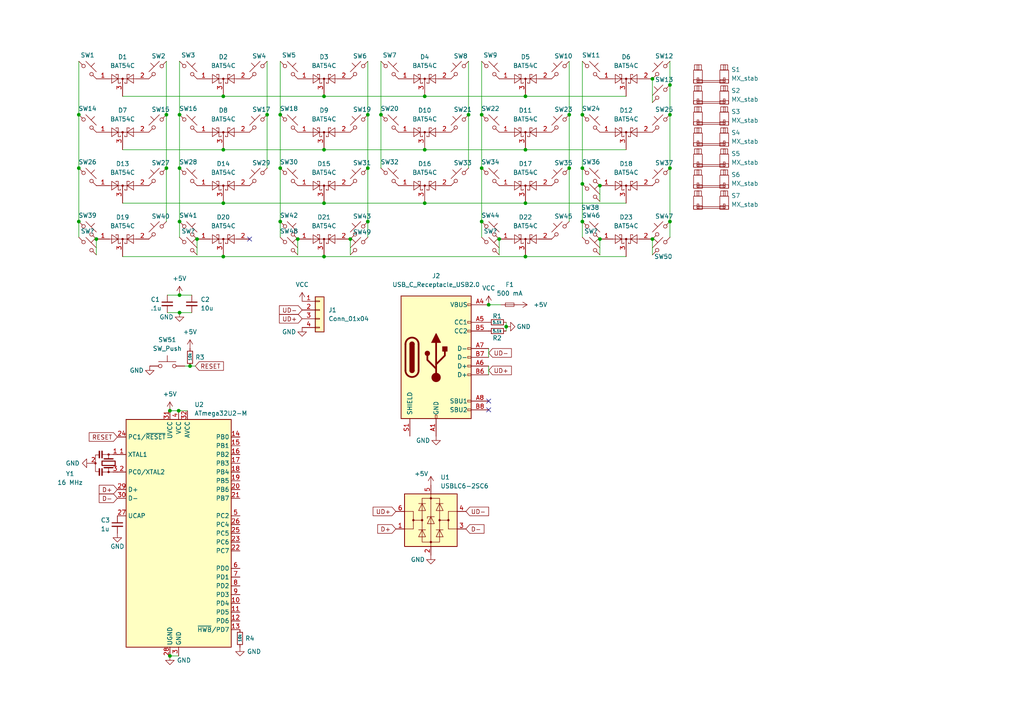
<source format=kicad_sch>
(kicad_sch (version 20211123) (generator eeschema)
  (paper "A4")
  (lib_symbols
    (symbol "Connector:USB_C_Receptacle_USB2.0" (pin_names (offset 1.016))
      (property "Reference" "J" (at -10.16 19.05 0))
      (property "Value" "USB_C_Receptacle_USB2.0" (at 19.05 19.05 0))
      (symbol "USB_C_Receptacle_USB2.0_1_1"
        (pin passive line (at 0 -22.86 90) (length 5.08) (name "GND") (number "A1"))
        (pin passive line (at 0 -22.86 90) (length 5.08) hide (name "GND") (number "A12"))
        (pin passive line (at 15.24 15.24 180) (length 5.08) (name "VBUS") (number "A4"))
        (pin bidirectional line (at 15.24 10.16 180) (length 5.08) (name "CC1") (number "A5"))
        (pin bidirectional line (at 15.24 -2.54 180) (length 5.08) (name "D+") (number "A6"))
        (pin bidirectional line (at 15.24 2.54 180) (length 5.08) (name "D-") (number "A7"))
        (pin bidirectional line (at 15.24 -12.7 180) (length 5.08) (name "SBU1") (number "A8"))
        (pin passive line (at 15.24 15.24 180) (length 5.08) hide (name "VBUS") (number "A9"))
        (pin passive line (at 0 -22.86 90) (length 5.08) hide (name "GND") (number "B1"))
        (pin passive line (at 0 -22.86 90) (length 5.08) hide (name "GND") (number "B12"))
        (pin passive line (at 15.24 15.24 180) (length 5.08) hide (name "VBUS") (number "B4"))
        (pin bidirectional line (at 15.24 7.62 180) (length 5.08) (name "CC2") (number "B5"))
        (pin bidirectional line (at 15.24 -5.08 180) (length 5.08) (name "D+") (number "B6"))
        (pin bidirectional line (at 15.24 0 180) (length 5.08) (name "D-") (number "B7"))
        (pin bidirectional line (at 15.24 -15.24 180) (length 5.08) (name "SBU2") (number "B8"))
        (pin passive line (at 15.24 15.24 180) (length 5.08) hide (name "VBUS") (number "B9"))
        (pin passive line (at -7.62 -22.86 90) (length 5.08) (name "SHIELD") (number "S1"))
      )
    )
    (symbol "Connector_Generic:Conn_01x04" (pin_names (offset 1.016) hide)
      (property "Reference" "J" (at 0 5.08 0))
      (property "Value" "Conn_01x04" (at 0 -7.62 0))
      (symbol "Conn_01x04_1_1"
        (pin passive line (at -5.08 2.54 0) (length 3.81) (name "Pin_1") (number "1"))
        (pin passive line (at -5.08 0 0) (length 3.81) (name "Pin_2") (number "2"))
        (pin passive line (at -5.08 -2.54 0) (length 3.81) (name "Pin_3") (number "3"))
        (pin passive line (at -5.08 -5.08 0) (length 3.81) (name "Pin_4") (number "4"))
      )
    )
    (symbol "Device:C_Small" (pin_numbers hide) (pin_names (offset 0.254) hide)
      (property "Reference" "C" (at 0.254 1.778 0))
      (property "Value" "C_Small" (at 0.254 -2.032 0))
      (symbol "C_Small_1_1"
        (pin passive line (at 0 2.54 270) (length 2.032) (name "~") (number "1"))
        (pin passive line (at 0 -2.54 90) (length 2.032) (name "~") (number "2"))
      )
    )
    (symbol "Device:Fuse_Small" (pin_numbers hide) (pin_names (offset 0.254) hide)
      (property "Reference" "F" (at 0 -1.524 0))
      (property "Value" "Fuse_Small" (at 0 1.524 0))
      (symbol "Fuse_Small_1_1"
        (pin passive line (at -2.54 0 0) (length 1.27) (name "~") (number "1"))
        (pin passive line (at 2.54 0 180) (length 1.27) (name "~") (number "2"))
      )
    )
    (symbol "Device:R_Small" (pin_numbers hide) (pin_names (offset 0.254) hide)
      (property "Reference" "R" (at 0.762 0.508 0))
      (property "Value" "R_Small" (at 0.762 -1.016 0))
      (symbol "R_Small_1_1"
        (pin passive line (at 0 2.54 270) (length 0.762) (name "~") (number "1"))
        (pin passive line (at 0 -2.54 90) (length 0.762) (name "~") (number "2"))
      )
    )
    (symbol "Device:Resonator_Small" (pin_names (offset 1.016) hide)
      (property "Reference" "Y" (at 3.175 1.905 0))
      (property "Value" "Resonator_Small" (at 3.175 0 0))
      (symbol "Resonator_Small_1_1"
        (pin passive line (at -2.54 2.54 270) (length 1.27) (name "1") (number "1"))
        (pin passive line (at 0 -5.08 90) (length 1.27) (name "2") (number "2"))
        (pin passive line (at 2.54 2.54 270) (length 1.27) (name "3") (number "3"))
      )
    )
    (symbol "Diode:BAT54C" (pin_names (offset 1.016))
      (property "Reference" "D" (at 0.635 -3.81 0))
      (property "Value" "BAT54C" (at -6.35 3.175 0))
      (symbol "BAT54C_1_1"
        (pin passive line (at -7.62 0 0) (length 3.81) (name "~") (number "1"))
        (pin passive line (at 7.62 0 180) (length 3.81) (name "~") (number "2"))
        (pin passive line (at 0 -5.08 90) (length 5.08) (name "~") (number "3"))
      )
    )
    (symbol "MCU_Microchip_ATmega:ATmega32U2-M"
      (property "Reference" "U" (at -15.24 34.29 0))
      (property "Value" "ATmega32U2-M" (at 2.54 -34.29 0))
      (symbol "ATmega32U2-M_1_1"
        (pin input line (at -17.78 22.86 0) (length 2.54) (name "XTAL1") (number "1"))
        (pin bidirectional line (at 17.78 -20.32 180) (length 2.54) (name "PD4") (number "10"))
        (pin bidirectional line (at 17.78 -22.86 180) (length 2.54) (name "PD5") (number "11"))
        (pin bidirectional line (at 17.78 -25.4 180) (length 2.54) (name "PD6") (number "12"))
        (pin bidirectional line (at 17.78 -27.94 180) (length 2.54) (name "~{HWB}/PD7") (number "13"))
        (pin bidirectional line (at 17.78 27.94 180) (length 2.54) (name "PB0") (number "14"))
        (pin bidirectional line (at 17.78 25.4 180) (length 2.54) (name "PB1") (number "15"))
        (pin bidirectional line (at 17.78 22.86 180) (length 2.54) (name "PB2") (number "16"))
        (pin bidirectional line (at 17.78 20.32 180) (length 2.54) (name "PB3") (number "17"))
        (pin bidirectional line (at 17.78 17.78 180) (length 2.54) (name "PB4") (number "18"))
        (pin bidirectional line (at 17.78 15.24 180) (length 2.54) (name "PB5") (number "19"))
        (pin bidirectional line (at -17.78 17.78 0) (length 2.54) (name "PC0/XTAL2") (number "2"))
        (pin bidirectional line (at 17.78 12.7 180) (length 2.54) (name "PB6") (number "20"))
        (pin bidirectional line (at 17.78 10.16 180) (length 2.54) (name "PB7") (number "21"))
        (pin bidirectional line (at 17.78 -5.08 180) (length 2.54) (name "PC7") (number "22"))
        (pin bidirectional line (at 17.78 -2.54 180) (length 2.54) (name "PC6") (number "23"))
        (pin bidirectional line (at -17.78 27.94 0) (length 2.54) (name "PC1/~{RESET}") (number "24"))
        (pin bidirectional line (at 17.78 0 180) (length 2.54) (name "PC5") (number "25"))
        (pin bidirectional line (at 17.78 2.54 180) (length 2.54) (name "PC4") (number "26"))
        (pin passive line (at -17.78 5.08 0) (length 2.54) (name "UCAP") (number "27"))
        (pin power_in line (at -2.54 -35.56 90) (length 2.54) (name "UGND") (number "28"))
        (pin bidirectional line (at -17.78 12.7 0) (length 2.54) (name "D+") (number "29"))
        (pin power_in line (at 0 -35.56 90) (length 2.54) (name "GND") (number "3"))
        (pin bidirectional line (at -17.78 10.16 0) (length 2.54) (name "D-") (number "30"))
        (pin power_in line (at -2.54 35.56 270) (length 2.54) (name "UVCC") (number "31"))
        (pin power_in line (at 2.54 35.56 270) (length 2.54) (name "AVCC") (number "32"))
        (pin passive line (at 0 -35.56 90) (length 2.54) hide (name "GND") (number "33"))
        (pin power_in line (at 0 35.56 270) (length 2.54) (name "VCC") (number "4"))
        (pin bidirectional line (at 17.78 5.08 180) (length 2.54) (name "PC2") (number "5"))
        (pin bidirectional line (at 17.78 -10.16 180) (length 2.54) (name "PD0") (number "6"))
        (pin bidirectional line (at 17.78 -12.7 180) (length 2.54) (name "PD1") (number "7"))
        (pin bidirectional line (at 17.78 -15.24 180) (length 2.54) (name "PD2") (number "8"))
        (pin bidirectional line (at 17.78 -17.78 180) (length 2.54) (name "PD3") (number "9"))
      )
    )
    (symbol "Power_Protection:USBLC6-2SC6" (pin_names hide)
      (property "Reference" "U" (at 2.54 8.89 0))
      (property "Value" "USBLC6-2SC6" (at 2.54 -8.89 0))
      (symbol "USBLC6-2SC6_1_1"
        (pin passive line (at -10.16 -2.54 0) (length 2.54) (name "I/O1") (number "1"))
        (pin passive line (at 0 -10.16 90) (length 2.54) (name "GND") (number "2"))
        (pin passive line (at 10.16 -2.54 180) (length 2.54) (name "I/O2") (number "3"))
        (pin passive line (at 10.16 2.54 180) (length 2.54) (name "I/O2") (number "4"))
        (pin passive line (at 0 10.16 270) (length 2.54) (name "VBUS") (number "5"))
        (pin passive line (at -10.16 2.54 0) (length 2.54) (name "I/O1") (number "6"))
      )
    )
    (symbol "Switch:SW_Push" (pin_numbers hide) (pin_names (offset 1.016) hide)
      (property "Reference" "SW" (at 1.27 2.54 0))
      (property "Value" "SW_Push" (at 0 -1.524 0))
      (symbol "SW_Push_0_1"
        (pin passive line (at -5.08 0 0) (length 2.54) (name "1") (number "1"))
        (pin passive line (at 5.08 0 180) (length 2.54) (name "2") (number "2"))
      )
    )
    (symbol "marbastlib-mx:MX_SW_solder" (pin_numbers hide) (pin_names (offset 1.016) hide)
      (property "Reference" "SW" (at 3.048 1.016 0))
      (property "Value" "MX_SW_solder" (at 0 -3.81 0))
      (symbol "MX_SW_solder_0_1"
        (pin passive line (at -2.54 2.54 0) (length 0) (name "1") (number "1"))
        (pin passive line (at 2.54 -2.54 180) (length 0) (name "2") (number "2"))
      )
    )
    (symbol "marbastlib-mx:MX_stab" (pin_names (offset 1.016))
      (property "Reference" "S" (at -5.08 6.35 0))
      (property "Value" "MX_stab" (at -5.08 3.81 0))
    )
    (symbol "power:+5V" (power) (pin_names (offset 0))
      (property "Value" "+5V" (at 0 3.556 0))
      (symbol "+5V_1_1"
        (pin power_in line (at 0 0 90) (length 0) hide (name "+5V") (number "1"))
      )
    )
    (symbol "power:GND" (power) (pin_names (offset 0))
      (property "Value" "GND" (at 0 -3.81 0))
      (symbol "GND_1_1"
        (pin power_in line (at 0 0 270) (length 0) hide (name "GND") (number "1"))
      )
    )
    (symbol "power:VCC" (power) (pin_names (offset 0))
      (property "Value" "VCC" (at 0 3.81 0))
      (symbol "VCC_1_1"
        (pin power_in line (at 0 0 90) (length 0) hide (name "VCC") (number "1"))
      )
    )
  )
  (junction (at 55.118 106.172))
  (junction (at 194.31 24.638))
  (junction (at 173.99 53.848))
  (junction (at 106.68 48.768))
  (junction (at 106.68 33.274))
  (junction (at 64.77 74.422))
  (junction (at 139.7 48.768))
  (junction (at 101.6 69.342))
  (junction (at 168.91 33.274))
  (junction (at 93.98 74.422))
  (junction (at 123.19 27.94))
  (junction (at 81.28 33.274))
  (junction (at 52.07 48.768))
  (junction (at 22.86 33.274))
  (junction (at 168.91 48.768))
  (junction (at 22.86 64.262))
  (junction (at 152.4 43.434))
  (junction (at 52.07 85.598))
  (junction (at 93.98 27.94))
  (junction (at 52.07 64.262))
  (junction (at 152.4 27.94))
  (junction (at 194.31 48.768))
  (junction (at 152.4 74.422))
  (junction (at 139.7 33.274))
  (junction (at 48.26 33.274))
  (junction (at 144.78 69.342))
  (junction (at 81.28 64.262))
  (junction (at 52.07 33.274))
  (junction (at 93.98 43.434))
  (junction (at 81.28 48.768))
  (junction (at 51.816 119.126))
  (junction (at 189.23 22.86))
  (junction (at 194.31 33.274))
  (junction (at 64.77 43.434))
  (junction (at 27.94 69.342))
  (junction (at 123.19 58.928))
  (junction (at 64.77 27.94))
  (junction (at 139.7 64.262))
  (junction (at 77.47 33.274))
  (junction (at 165.1 48.768))
  (junction (at 106.68 64.262))
  (junction (at 189.23 69.342))
  (junction (at 64.77 58.928))
  (junction (at 22.86 48.768))
  (junction (at 141.732 88.392))
  (junction (at 194.31 64.262))
  (junction (at 49.276 190.246))
  (junction (at 168.91 53.34))
  (junction (at 52.07 90.678))
  (junction (at 48.26 48.768))
  (junction (at 173.99 69.342))
  (junction (at 49.276 119.126))
  (junction (at 135.89 33.274))
  (junction (at 146.812 94.742))
  (junction (at 165.1 33.274))
  (junction (at 93.98 58.928))
  (junction (at 110.49 33.274))
  (junction (at 123.19 43.434))
  (junction (at 86.36 69.342))
  (junction (at 168.91 64.262))
  (junction (at 152.4 58.928))
  (junction (at 57.15 69.342))
  (no_connect (at 141.732 116.332))
  (no_connect (at 141.732 118.872))
  (no_connect (at 72.39 69.342))
  (wire (pts (xy 152.4 27.94) (xy 181.61 27.94)))
  (wire (pts (xy 173.99 69.342) (xy 173.99 73.914)))
  (wire (pts (xy 168.91 48.768) (xy 168.91 53.34)))
  (wire (pts (xy 56.642 106.172) (xy 55.118 106.172)))
  (wire (pts (xy 35.56 43.434) (xy 64.77 43.434)))
  (wire (pts (xy 146.812 93.472) (xy 146.812 94.742)))
  (wire (pts (xy 64.77 43.434) (xy 93.98 43.434)))
  (wire (pts (xy 173.99 53.848) (xy 173.99 58.42)))
  (wire (pts (xy 141.732 88.392) (xy 145.288 88.392)))
  (wire (pts (xy 139.7 64.262) (xy 139.7 68.834)))
  (wire (pts (xy 93.98 27.94) (xy 123.19 27.94)))
  (wire (pts (xy 146.812 94.742) (xy 146.812 96.012)))
  (wire (pts (xy 77.47 17.78) (xy 77.47 33.274)))
  (wire (pts (xy 22.86 17.78) (xy 22.86 33.274)))
  (wire (pts (xy 141.732 106.172) (xy 141.732 108.712)))
  (wire (pts (xy 52.07 90.678) (xy 55.626 90.678)))
  (wire (pts (xy 101.6 69.342) (xy 101.6 73.914)))
  (wire (pts (xy 93.98 43.434) (xy 123.19 43.434)))
  (wire (pts (xy 139.7 17.78) (xy 139.7 33.274)))
  (wire (pts (xy 123.19 58.928) (xy 152.4 58.928)))
  (wire (pts (xy 81.28 64.262) (xy 81.28 68.834)))
  (wire (pts (xy 52.07 64.262) (xy 52.07 68.834)))
  (wire (pts (xy 49.276 119.126) (xy 51.816 119.126)))
  (wire (pts (xy 189.23 69.342) (xy 189.23 73.914)))
  (wire (pts (xy 139.7 33.274) (xy 139.7 48.768)))
  (wire (pts (xy 81.28 17.78) (xy 81.28 33.274)))
  (wire (pts (xy 165.1 17.78) (xy 165.1 33.274)))
  (wire (pts (xy 194.31 33.274) (xy 194.31 48.768)))
  (wire (pts (xy 106.68 64.262) (xy 106.68 68.834)))
  (wire (pts (xy 194.31 24.638) (xy 194.31 33.274)))
  (wire (pts (xy 81.28 48.768) (xy 81.28 64.262)))
  (wire (pts (xy 168.91 53.34) (xy 168.91 64.262)))
  (wire (pts (xy 135.89 17.78) (xy 135.89 33.274)))
  (wire (pts (xy 93.98 74.422) (xy 152.4 74.422)))
  (wire (pts (xy 110.49 17.78) (xy 110.49 33.274)))
  (wire (pts (xy 22.86 33.274) (xy 22.86 48.768)))
  (wire (pts (xy 106.68 48.768) (xy 106.68 64.262)))
  (wire (pts (xy 48.514 90.678) (xy 52.07 90.678)))
  (wire (pts (xy 22.86 48.768) (xy 22.86 64.262)))
  (wire (pts (xy 81.28 33.274) (xy 81.28 48.768)))
  (wire (pts (xy 35.56 58.928) (xy 64.77 58.928)))
  (wire (pts (xy 64.77 27.94) (xy 93.98 27.94)))
  (wire (pts (xy 141.732 101.092) (xy 141.732 103.632)))
  (wire (pts (xy 52.07 17.78) (xy 52.07 33.274)))
  (wire (pts (xy 77.47 33.274) (xy 77.47 48.768)))
  (wire (pts (xy 189.23 22.86) (xy 189.23 29.718)))
  (wire (pts (xy 144.78 69.342) (xy 144.78 73.914)))
  (wire (pts (xy 93.98 58.928) (xy 123.19 58.928)))
  (wire (pts (xy 35.56 27.94) (xy 64.77 27.94)))
  (wire (pts (xy 57.15 69.342) (xy 57.15 73.914)))
  (wire (pts (xy 22.86 64.262) (xy 22.86 68.834)))
  (wire (pts (xy 55.118 106.172) (xy 53.594 106.172)))
  (wire (pts (xy 123.19 27.94) (xy 152.4 27.94)))
  (wire (pts (xy 152.4 43.434) (xy 181.61 43.434)))
  (wire (pts (xy 139.7 48.768) (xy 139.7 64.262)))
  (wire (pts (xy 49.276 190.246) (xy 51.816 190.246)))
  (wire (pts (xy 27.94 69.342) (xy 27.94 73.914)))
  (wire (pts (xy 152.4 74.422) (xy 181.61 74.422)))
  (wire (pts (xy 194.31 17.78) (xy 194.31 24.638)))
  (wire (pts (xy 168.91 64.262) (xy 168.91 68.834)))
  (wire (pts (xy 48.514 85.598) (xy 52.07 85.598)))
  (wire (pts (xy 64.77 58.928) (xy 93.98 58.928)))
  (wire (pts (xy 52.07 85.598) (xy 55.626 85.598)))
  (wire (pts (xy 194.31 48.768) (xy 194.31 64.262)))
  (wire (pts (xy 194.31 64.262) (xy 194.31 68.834)))
  (wire (pts (xy 110.49 33.274) (xy 110.49 48.768)))
  (wire (pts (xy 165.1 33.274) (xy 165.1 48.768)))
  (wire (pts (xy 35.56 74.422) (xy 64.77 74.422)))
  (wire (pts (xy 168.91 17.78) (xy 168.91 33.274)))
  (wire (pts (xy 51.816 119.126) (xy 54.356 119.126)))
  (wire (pts (xy 135.89 33.274) (xy 135.89 48.768)))
  (wire (pts (xy 168.91 33.274) (xy 168.91 48.768)))
  (wire (pts (xy 86.36 69.342) (xy 86.36 73.914)))
  (wire (pts (xy 165.1 48.768) (xy 165.1 64.262)))
  (wire (pts (xy 106.68 17.78) (xy 106.68 33.274)))
  (wire (pts (xy 48.26 33.274) (xy 48.26 48.768)))
  (wire (pts (xy 52.07 48.768) (xy 52.07 64.262)))
  (wire (pts (xy 48.26 17.78) (xy 48.26 33.274)))
  (wire (pts (xy 64.77 74.422) (xy 93.98 74.422)))
  (wire (pts (xy 106.68 33.274) (xy 106.68 48.768)))
  (wire (pts (xy 48.26 48.768) (xy 48.26 64.262)))
  (wire (pts (xy 152.4 58.928) (xy 181.61 58.928)))
  (wire (pts (xy 52.07 33.274) (xy 52.07 48.768)))
  (wire (pts (xy 123.19 43.434) (xy 152.4 43.434)))
  (global_label "UD+" (shape input) (at 141.732 107.442 0) (property "Intersheet References" "${INTERSHEET_REFS}" (effects hide)))
  (global_label "UD-" (shape input) (at 141.732 102.362 0) (property "Intersheet References" "${INTERSHEET_REFS}" (effects hide)))
  (global_label "D+" (shape input) (at 34.036 141.986 180) (property "Intersheet References" "${INTERSHEET_REFS}" (effects hide)))
  (global_label "UD-" (shape input) (at 87.63 89.916 180) (property "Intersheet References" "${INTERSHEET_REFS}" (effects hide)))
  (global_label "UD-" (shape input) (at 135.128 148.336 0) (property "Intersheet References" "${INTERSHEET_REFS}" (effects hide)))
  (global_label "UD+" (shape input) (at 87.63 92.456 180) (property "Intersheet References" "${INTERSHEET_REFS}" (effects hide)))
  (global_label "UD+" (shape input) (at 114.808 148.336 180) (property "Intersheet References" "${INTERSHEET_REFS}" (effects hide)))
  (global_label "D+" (shape input) (at 114.808 153.416 180) (property "Intersheet References" "${INTERSHEET_REFS}" (effects hide)))
  (global_label "RESET" (shape input) (at 56.642 106.172 0) (property "Intersheet References" "${INTERSHEET_REFS}" (effects hide)))
  (global_label "D-" (shape input) (at 135.128 153.416 0) (property "Intersheet References" "${INTERSHEET_REFS}" (effects hide)))
  (global_label "RESET" (shape input) (at 34.036 126.746 180) (property "Intersheet References" "${INTERSHEET_REFS}" (effects hide)))
  (global_label "D-" (shape input) (at 34.036 144.526 180) (property "Intersheet References" "${INTERSHEET_REFS}" (effects hide)))
  (symbol (lib_id "power:GND") (at 87.63 94.996 0) (unit 1)
    (property "Reference" "#PWR07" (effects hide))
    (property "Value" "GND" (at 81.788 96.266 0) (effects (justify left)))
  )
  (symbol (lib_id "MCU_Microchip_ATmega:ATmega32U2-M") (at 51.816 154.686 0) (unit 1)
    (property "Reference" "U2" (at 56.388 117.348 0) (effects (justify left)))
    (property "Value" "ATmega32U2-M" (at 56.388 119.888 0) (effects (justify left)))
    (property "Footprint" "Package_DFN_QFN:QFN-32-1EP_5x5mm_P0.5mm_EP3.1x3.1mm" (effects hide))
    (property "Datasheet" "http://ww1.microchip.com/downloads/en/DeviceDoc/doc7799.pdf" (effects hide))
  )
  (symbol (lib_id "Device:R_Small") (at 144.272 96.012 90) (unit 1)
    (property "Reference" "R2" (at 145.542 98.044 90) (effects (justify left)))
    (property "Value" "5.1k" (at 145.542 96.012 90) (effects (font (size 0.8 0.8)) (justify left)))
    (property "Footprint" "Resistor_SMD:R_0603_1608Metric" (effects hide))
  )
  (symbol (lib_id "Diode:BAT54C") (at 64.77 53.848 0) (unit 1)
    (property "Reference" "D14" (at 64.77 47.498 0))
    (property "Value" "BAT54C" (at 64.77 50.038 0))
    (property "Footprint" "Package_TO_SOT_SMD:SOT-23" (effects hide))
    (property "Datasheet" "http://www.diodes.com/_files/datasheets/ds11005.pdf" (effects hide))
  )
  (symbol (lib_id "marbastlib-mx:MX_SW_solder") (at 83.82 71.374 0) (unit 1)
    (property "Reference" "SW48" (at 83.82 67.056 0))
    (property "Value" "MX_SW_solder" (effects hide))
    (property "Footprint" "marbastlib-mx:SW_MX_1u" (effects hide))
  )
  (symbol (lib_id "Diode:BAT54C") (at 123.19 38.354 0) (unit 1)
    (property "Reference" "D10" (at 123.19 32.004 0))
    (property "Value" "BAT54C" (at 123.19 34.544 0))
    (property "Footprint" "Package_TO_SOT_SMD:SOT-23" (effects hide))
    (property "Datasheet" "http://www.diodes.com/_files/datasheets/ds11005.pdf" (effects hide))
  )
  (symbol (lib_id "marbastlib-mx:MX_SW_solder") (at 25.4 71.374 0) (unit 1)
    (property "Reference" "SW?" (at 25.4 67.056 0))
    (property "Value" "MX_SW_solder" (effects hide))
    (property "Footprint" "marbastlib-mx:SW_MX_1.5u" (effects hide))
  )
  (symbol (lib_id "power:+5V") (at 52.07 85.598 0) (unit 1)
    (property "Reference" "#PWR01" (effects hide))
    (property "Value" "+5V" (at 52.07 80.772 0))
  )
  (symbol (lib_id "marbastlib-mx:MX_SW_solder") (at 171.45 20.32 0) (unit 1)
    (property "Reference" "SW11" (at 171.45 16.002 0))
    (property "Value" "MX_SW_solder" (effects hide))
    (property "Footprint" "marbastlib-mx:SW_MX_1u" (effects hide))
  )
  (symbol (lib_id "marbastlib-mx:MX_SW_solder") (at 54.61 20.32 0) (unit 1)
    (property "Reference" "SW3" (at 54.61 16.002 0))
    (property "Value" "MX_SW_solder" (effects hide))
    (property "Footprint" "marbastlib-mx:SW_MX_1u" (effects hide))
  )
  (symbol (lib_id "marbastlib-mx:MX_SW_solder") (at 54.61 51.308 0) (unit 1)
    (property "Reference" "SW28" (at 54.61 46.99 0))
    (property "Value" "MX_SW_solder" (effects hide))
    (property "Footprint" "marbastlib-mx:SW_MX_1u" (effects hide))
  )
  (symbol (lib_id "marbastlib-mx:MX_SW_solder") (at 25.4 51.308 0) (unit 1)
    (property "Reference" "SW26" (at 25.4 46.99 0))
    (property "Value" "MX_SW_solder" (effects hide))
    (property "Footprint" "marbastlib-mx:SW_MX_1.75u" (effects hide))
  )
  (symbol (lib_id "Diode:BAT54C") (at 123.19 22.86 0) (unit 1)
    (property "Reference" "D4" (at 123.19 16.51 0))
    (property "Value" "BAT54C" (at 123.19 19.05 0))
    (property "Footprint" "Package_TO_SOT_SMD:SOT-23" (effects hide))
    (property "Datasheet" "http://www.diodes.com/_files/datasheets/ds11005.pdf" (effects hide))
  )
  (symbol (lib_id "marbastlib-mx:MX_SW_solder") (at 113.03 35.814 0) (unit 1)
    (property "Reference" "SW20" (at 113.03 31.496 0))
    (property "Value" "MX_SW_solder" (effects hide))
    (property "Footprint" "marbastlib-mx:SW_MX_1u" (effects hide))
  )
  (symbol (lib_id "power:VCC") (at 141.732 88.392 0) (unit 1)
    (property "Reference" "#PWR03" (effects hide))
    (property "Value" "VCC" (at 141.732 83.566 0))
  )
  (symbol (lib_id "marbastlib-mx:MX_SW_solder") (at 83.82 20.32 0) (unit 1)
    (property "Reference" "SW5" (at 83.82 16.002 0))
    (property "Value" "MX_SW_solder" (effects hide))
    (property "Footprint" "marbastlib-mx:SW_MX_1u" (effects hide))
  )
  (symbol (lib_id "power:GND") (at 34.036 154.686 0) (unit 1)
    (property "Reference" "#PWR014" (effects hide))
    (property "Value" "GND" (at 32.004 158.496 0) (effects (justify left)))
  )
  (symbol (lib_id "marbastlib-mx:MX_stab") (at 206.248 39.878 0) (unit 1)
    (property "Reference" "S4" (at 212.09 38.4809 0) (effects (justify left)))
    (property "Value" "MX_stab" (at 212.09 41.0209 0) (effects (justify left)))
    (property "Footprint" "marbastlib-mx:STAB_MX_2u" (effects hide))
  )
  (symbol (lib_id "marbastlib-mx:MX_SW_solder") (at 25.4 20.32 0) (unit 1)
    (property "Reference" "SW1" (at 25.4 16.002 0))
    (property "Value" "MX_SW_solder" (effects hide))
    (property "Footprint" "marbastlib-mx:SW_MX_1u" (effects hide))
  )
  (symbol (lib_id "marbastlib-mx:MX_SW_solder") (at 25.4 35.814 0) (unit 1)
    (property "Reference" "SW14" (at 25.4 31.496 0))
    (property "Value" "MX_SW_solder" (effects hide))
    (property "Footprint" "marbastlib-mx:SW_MX_1.25u" (effects hide))
  )
  (symbol (lib_id "marbastlib-mx:MX_SW_solder") (at 171.45 71.374 0) (unit 1)
    (property "Reference" "SW?" (at 171.45 67.056 0))
    (property "Value" "MX_SW_solder" (effects hide))
    (property "Footprint" "marbastlib-mx:SW_MX_1.5u" (effects hide))
  )
  (symbol (lib_id "Diode:BAT54C") (at 123.19 53.848 0) (unit 1)
    (property "Reference" "D16" (at 123.19 47.498 0))
    (property "Value" "BAT54C" (at 123.19 50.038 0))
    (property "Footprint" "Package_TO_SOT_SMD:SOT-23" (effects hide))
    (property "Datasheet" "http://www.diodes.com/_files/datasheets/ds11005.pdf" (effects hide))
  )
  (symbol (lib_id "Device:Resonator_Small") (at 31.496 134.366 270) (unit 1)
    (property "Reference" "Y1" (at 20.32 137.414 90))
    (property "Value" "16 MHz" (at 20.32 139.954 90))
    (property "Footprint" "Crystal:Resonator_SMD_Murata_CSTxExxV-3Pin_3.0x1.1mm" (effects hide))
  )
  (symbol (lib_id "power:VCC") (at 87.63 87.376 0) (unit 1)
    (property "Reference" "#PWR02" (effects hide))
    (property "Value" "VCC" (at 87.63 82.55 0))
  )
  (symbol (lib_id "Device:C_Small") (at 34.036 152.146 0) (unit 1)
    (property "Reference" "C3" (at 29.21 150.876 0) (effects (justify left)))
    (property "Value" "1u" (at 29.21 153.416 0) (effects (justify left)))
    (property "Footprint" "Capacitor_SMD:C_0603_1608Metric" (effects hide))
  )
  (symbol (lib_id "marbastlib-mx:MX_stab") (at 206.248 58.166 0) (unit 1)
    (property "Reference" "S7" (at 212.09 56.7689 0) (effects (justify left)))
    (property "Value" "MX_stab" (at 212.09 59.3089 0) (effects (justify left)))
    (property "Footprint" "marbastlib-mx:STAB_MX_7u" (effects hide))
  )
  (symbol (lib_id "Diode:BAT54C") (at 181.61 69.342 0) (unit 1)
    (property "Reference" "D23" (at 181.61 62.992 0))
    (property "Value" "BAT54C" (at 181.61 65.532 0))
    (property "Footprint" "Package_TO_SOT_SMD:SOT-23" (effects hide))
    (property "Datasheet" "http://www.diodes.com/_files/datasheets/ds11005.pdf" (effects hide))
  )
  (symbol (lib_id "marbastlib-mx:MX_SW_solder") (at 45.72 66.802 90) (unit 1)
    (property "Reference" "SW40" (at 43.942 62.738 90) (effects (justify right)))
    (property "Value" "MX_SW_solder" (effects hide))
    (property "Footprint" "marbastlib-mx:SW_MX_1u" (effects hide))
  )
  (symbol (lib_id "Device:Fuse_Small") (at 147.828 88.392 0) (unit 1)
    (property "Reference" "F1" (at 147.828 82.55 0))
    (property "Value" "500 mA" (at 147.828 85.09 0))
    (property "Footprint" "Fuse:Fuse_1206_3216Metric" (effects hide))
  )
  (symbol (lib_id "Device:R_Small") (at 144.272 93.472 90) (unit 1)
    (property "Reference" "R1" (at 145.542 91.694 90) (effects (justify left)))
    (property "Value" "5.1k" (at 145.542 93.472 90) (effects (font (size 0.8 0.8)) (justify left)))
    (property "Footprint" "Resistor_SMD:R_0603_1608Metric" (effects hide))
  )
  (symbol (lib_id "Diode:BAT54C") (at 35.56 69.342 0) (unit 1)
    (property "Reference" "D19" (at 35.56 62.992 0))
    (property "Value" "BAT54C" (at 35.56 65.532 0))
    (property "Footprint" "Package_TO_SOT_SMD:SOT-23" (effects hide))
    (property "Datasheet" "http://www.diodes.com/_files/datasheets/ds11005.pdf" (effects hide))
  )
  (symbol (lib_id "marbastlib-mx:MX_SW_solder") (at 171.45 51.308 0) (unit 1)
    (property "Reference" "SW36" (at 171.45 46.99 0))
    (property "Value" "MX_SW_solder" (effects hide))
    (property "Footprint" "marbastlib-mx:SW_MX_1.25u" (effects hide))
  )
  (symbol (lib_id "marbastlib-mx:MX_stab") (at 206.248 27.686 0) (unit 1)
    (property "Reference" "S2" (at 212.09 26.2889 0) (effects (justify left)))
    (property "Value" "MX_stab" (at 212.09 28.8289 0) (effects (justify left)))
    (property "Footprint" "marbastlib-mx:STAB_MX_3u" (effects hide))
  )
  (symbol (lib_id "marbastlib-mx:MX_SW_solder") (at 133.35 51.308 90) (unit 1)
    (property "Reference" "SW33" (at 131.572 47.244 90) (effects (justify right)))
    (property "Value" "MX_SW_solder" (effects hide))
    (property "Footprint" "marbastlib-mx:SW_MX_1u" (effects hide))
  )
  (symbol (lib_id "power:GND") (at 124.968 161.036 0) (unit 1)
    (property "Reference" "#PWR015" (effects hide))
    (property "Value" "GND" (at 119.126 162.306 0) (effects (justify left)))
  )
  (symbol (lib_id "marbastlib-mx:MX_SW_solder") (at 104.14 51.308 90) (unit 1)
    (property "Reference" "SW31" (at 102.362 47.244 90) (effects (justify right)))
    (property "Value" "MX_SW_solder" (effects hide))
    (property "Footprint" "marbastlib-mx:SW_MX_1u" (effects hide))
  )
  (symbol (lib_id "marbastlib-mx:MX_SW_solder") (at 171.45 66.802 0) (unit 1)
    (property "Reference" "SW46" (at 171.45 62.484 0))
    (property "Value" "MX_SW_solder" (effects hide))
    (property "Footprint" "marbastlib-mx:SW_MX_1.25u" (effects hide))
  )
  (symbol (lib_id "Diode:BAT54C") (at 93.98 38.354 0) (unit 1)
    (property "Reference" "D9" (at 93.98 32.004 0))
    (property "Value" "BAT54C" (at 93.98 34.544 0))
    (property "Footprint" "Package_TO_SOT_SMD:SOT-23" (effects hide))
    (property "Datasheet" "http://www.diodes.com/_files/datasheets/ds11005.pdf" (effects hide))
  )
  (symbol (lib_id "Diode:BAT54C") (at 181.61 53.848 0) (unit 1)
    (property "Reference" "D18" (at 181.61 47.498 0))
    (property "Value" "BAT54C" (at 181.61 50.038 0))
    (property "Footprint" "Package_TO_SOT_SMD:SOT-23" (effects hide))
    (property "Datasheet" "http://www.diodes.com/_files/datasheets/ds11005.pdf" (effects hide))
  )
  (symbol (lib_id "Diode:BAT54C") (at 181.61 22.86 0) (unit 1)
    (property "Reference" "D6" (at 181.61 16.51 0))
    (property "Value" "BAT54C" (at 181.61 19.05 0))
    (property "Footprint" "Package_TO_SOT_SMD:SOT-23" (effects hide))
    (property "Datasheet" "http://www.diodes.com/_files/datasheets/ds11005.pdf" (effects hide))
  )
  (symbol (lib_id "marbastlib-mx:MX_SW_solder") (at 191.77 20.32 90) (unit 1)
    (property "Reference" "SW12" (at 189.992 16.256 90) (effects (justify right)))
    (property "Value" "MX_SW_solder" (effects hide))
    (property "Footprint" "marbastlib-mx:SW_MX_1u" (effects hide))
  )
  (symbol (lib_id "marbastlib-mx:MX_SW_solder") (at 142.24 20.32 0) (unit 1)
    (property "Reference" "SW9" (at 142.24 16.002 0))
    (property "Value" "MX_SW_solder" (effects hide))
    (property "Footprint" "marbastlib-mx:SW_MX_1u" (effects hide))
  )
  (symbol (lib_id "marbastlib-mx:MX_SW_solder") (at 54.61 71.374 0) (unit 1)
    (property "Reference" "SW?" (at 54.61 67.056 0))
    (property "Value" "MX_SW_solder" (effects hide))
    (property "Footprint" "marbastlib-mx:SW_MX_1.5u" (effects hide))
  )
  (symbol (lib_id "marbastlib-mx:MX_SW_solder") (at 162.56 66.802 90) (unit 1)
    (property "Reference" "SW45" (at 160.782 62.738 90) (effects (justify right)))
    (property "Value" "MX_SW_solder" (effects hide))
    (property "Footprint" "marbastlib-mx:SW_MX_1u" (effects hide))
  )
  (symbol (lib_id "marbastlib-mx:MX_SW_solder") (at 133.35 35.814 90) (unit 1)
    (property "Reference" "SW21" (at 131.572 31.75 90) (effects (justify right)))
    (property "Value" "MX_SW_solder" (effects hide))
    (property "Footprint" "marbastlib-mx:SW_MX_1u" (effects hide))
  )
  (symbol (lib_id "power:GND") (at 52.07 90.678 0) (unit 1)
    (property "Reference" "#PWR05" (effects hide))
    (property "Value" "GND" (at 46.228 91.948 0) (effects (justify left)))
  )
  (symbol (lib_id "marbastlib-mx:MX_SW_solder") (at 83.82 51.308 0) (unit 1)
    (property "Reference" "SW30" (at 83.82 46.99 0))
    (property "Value" "MX_SW_solder" (effects hide))
    (property "Footprint" "marbastlib-mx:SW_MX_1u" (effects hide))
  )
  (symbol (lib_id "marbastlib-mx:MX_stab") (at 206.248 21.59 0) (unit 1)
    (property "Reference" "S1" (at 212.09 20.1929 0) (effects (justify left)))
    (property "Value" "MX_stab" (at 212.09 22.7329 0) (effects (justify left)))
    (property "Footprint" "marbastlib-mx:STAB_MX_3u" (effects hide))
  )
  (symbol (lib_id "power:+5V") (at 124.968 140.716 0) (unit 1)
    (property "Reference" "#PWR013" (effects hide))
    (property "Value" "+5V" (at 120.142 137.414 0) (effects (justify left)))
  )
  (symbol (lib_id "Connector:USB_C_Receptacle_USB2.0") (at 126.492 103.632 0) (unit 1)
    (property "Reference" "J2" (at 126.492 80.01 0))
    (property "Value" "USB_C_Receptacle_USB2.0" (at 126.492 82.55 0))
    (property "Footprint" "Connector_USB:USB_C_Receptacle_HRO_TYPE-C-31-M-12" (effects hide))
    (property "Datasheet" "https://www.usb.org/sites/default/files/documents/usb_type-c.zip" (effects hide))
  )
  (symbol (lib_id "marbastlib-mx:MX_SW_solder") (at 142.24 66.802 0) (unit 1)
    (property "Reference" "SW44" (at 142.24 62.484 0))
    (property "Value" "MX_SW_solder" (effects hide))
    (property "Footprint" "marbastlib-mx:SW_MX_1.25u" (effects hide))
  )
  (symbol (lib_id "Device:R_Small") (at 69.596 185.166 0) (unit 1)
    (property "Reference" "R4" (at 71.12 185.166 0) (effects (justify left)))
    (property "Value" "10k" (at 69.596 186.182 90) (effects (font (size 0.8 0.8)) (justify left)))
    (property "Footprint" "Resistor_SMD:R_0603_1608Metric" (effects hide))
  )
  (symbol (lib_id "marbastlib-mx:MX_SW_solder") (at 142.24 35.814 0) (unit 1)
    (property "Reference" "SW22" (at 142.24 31.496 0))
    (property "Value" "MX_SW_solder" (effects hide))
    (property "Footprint" "marbastlib-mx:SW_MX_1u" (effects hide))
  )
  (symbol (lib_id "marbastlib-mx:MX_SW_solder") (at 54.61 35.814 0) (unit 1)
    (property "Reference" "SW16" (at 54.61 31.496 0))
    (property "Value" "MX_SW_solder" (effects hide))
    (property "Footprint" "marbastlib-mx:SW_MX_1u" (effects hide))
  )
  (symbol (lib_id "marbastlib-mx:MX_SW_solder") (at 142.24 51.308 0) (unit 1)
    (property "Reference" "SW34" (at 142.24 46.99 0))
    (property "Value" "MX_SW_solder" (effects hide))
    (property "Footprint" "marbastlib-mx:SW_MX_1u" (effects hide))
  )
  (symbol (lib_id "marbastlib-mx:MX_SW_solder") (at 83.82 66.802 0) (unit 1)
    (property "Reference" "SW42" (at 83.82 62.484 0))
    (property "Value" "MX_SW_solder" (effects hide))
    (property "Footprint" "marbastlib-mx:SW_MX_1u" (effects hide))
  )
  (symbol (lib_id "marbastlib-mx:MX_SW_solder") (at 191.77 35.814 90) (unit 1)
    (property "Reference" "SW25" (at 189.992 31.75 90) (effects (justify right)))
    (property "Value" "MX_SW_solder" (effects hide))
    (property "Footprint" "marbastlib-mx:SW_MX_1u" (effects hide))
  )
  (symbol (lib_id "Diode:BAT54C") (at 64.77 69.342 0) (unit 1)
    (property "Reference" "D20" (at 64.77 62.992 0))
    (property "Value" "BAT54C" (at 64.77 65.532 0))
    (property "Footprint" "Package_TO_SOT_SMD:SOT-23" (effects hide))
    (property "Datasheet" "http://www.diodes.com/_files/datasheets/ds11005.pdf" (effects hide))
  )
  (symbol (lib_id "power:+5V") (at 49.276 119.126 0) (unit 1)
    (property "Reference" "#PWR010" (effects hide))
    (property "Value" "+5V" (at 49.276 114.3 0))
  )
  (symbol (lib_id "marbastlib-mx:MX_SW_solder") (at 104.14 71.374 90) (unit 1)
    (property "Reference" "SW49" (at 102.362 67.31 90) (effects (justify right)))
    (property "Value" "MX_SW_solder" (effects hide))
    (property "Footprint" "marbastlib-mx:SW_MX_1u" (effects hide))
  )
  (symbol (lib_id "marbastlib-mx:MX_stab") (at 206.248 33.782 0) (unit 1)
    (property "Reference" "S3" (at 212.09 32.3849 0) (effects (justify left)))
    (property "Value" "MX_stab" (at 212.09 34.9249 0) (effects (justify left)))
    (property "Footprint" "marbastlib-mx:STAB_MX_2u" (effects hide))
  )
  (symbol (lib_id "marbastlib-mx:MX_SW_solder") (at 133.35 20.32 90) (unit 1)
    (property "Reference" "SW8" (at 131.572 16.256 90) (effects (justify right)))
    (property "Value" "MX_SW_solder" (effects hide))
    (property "Footprint" "marbastlib-mx:SW_MX_1u" (effects hide))
  )
  (symbol (lib_id "marbastlib-mx:MX_SW_solder") (at 83.82 35.814 0) (unit 1)
    (property "Reference" "SW18" (at 83.82 31.496 0))
    (property "Value" "MX_SW_solder" (effects hide))
    (property "Footprint" "marbastlib-mx:SW_MX_1u" (effects hide))
  )
  (symbol (lib_id "Connector_Generic:Conn_01x04") (at 92.71 89.916 0) (unit 1)
    (property "Reference" "J1" (at 95.25 89.9159 0) (effects (justify left)))
    (property "Value" "Conn_01x04" (at 95.25 92.4559 0) (effects (justify left)))
    (property "Footprint" "Connector_JST:JST_SH_SM04B-SRSS-TB_1x04-1MP_P1.00mm_Horizontal" (effects hide))
  )
  (symbol (lib_id "Diode:BAT54C") (at 35.56 38.354 0) (unit 1)
    (property "Reference" "D7" (at 35.56 32.004 0))
    (property "Value" "BAT54C" (at 35.56 34.544 0))
    (property "Footprint" "Package_TO_SOT_SMD:SOT-23" (effects hide))
    (property "Datasheet" "http://www.diodes.com/_files/datasheets/ds11005.pdf" (effects hide))
  )
  (symbol (lib_id "Diode:BAT54C") (at 35.56 53.848 0) (unit 1)
    (property "Reference" "D13" (at 35.56 47.498 0))
    (property "Value" "BAT54C" (at 35.56 50.038 0))
    (property "Footprint" "Package_TO_SOT_SMD:SOT-23" (effects hide))
    (property "Datasheet" "http://www.diodes.com/_files/datasheets/ds11005.pdf" (effects hide))
  )
  (symbol (lib_id "marbastlib-mx:MX_SW_solder") (at 191.77 51.308 90) (unit 1)
    (property "Reference" "SW37" (at 189.992 47.244 90) (effects (justify right)))
    (property "Value" "MX_SW_solder" (effects hide))
    (property "Footprint" "marbastlib-mx:SW_MX_1.75u" (effects hide))
  )
  (symbol (lib_id "power:+5V") (at 55.118 101.092 0) (unit 1)
    (property "Reference" "#PWR08" (effects hide))
    (property "Value" "+5V" (at 55.118 96.266 0))
  )
  (symbol (lib_id "Device:C_Small") (at 55.626 88.138 0) (unit 1)
    (property "Reference" "C2" (at 58.166 86.868 0) (effects (justify left)))
    (property "Value" "10u" (at 58.166 89.408 0) (effects (justify left)))
    (property "Footprint" "Capacitor_SMD:C_0603_1608Metric" (effects hide))
  )
  (symbol (lib_id "Diode:BAT54C") (at 93.98 69.342 0) (unit 1)
    (property "Reference" "D21" (at 93.98 62.992 0))
    (property "Value" "BAT54C" (at 93.98 65.532 0))
    (property "Footprint" "Package_TO_SOT_SMD:SOT-23" (effects hide))
    (property "Datasheet" "http://www.diodes.com/_files/datasheets/ds11005.pdf" (effects hide))
  )
  (symbol (lib_id "power:+5V") (at 150.368 88.392 270) (unit 1)
    (property "Reference" "#PWR04" (effects hide))
    (property "Value" "+5V" (at 154.686 88.3919 90) (effects (justify left)))
  )
  (symbol (lib_id "Diode:BAT54C") (at 93.98 53.848 0) (unit 1)
    (property "Reference" "D15" (at 93.98 47.498 0))
    (property "Value" "BAT54C" (at 93.98 50.038 0))
    (property "Footprint" "Package_TO_SOT_SMD:SOT-23" (effects hide))
    (property "Datasheet" "http://www.diodes.com/_files/datasheets/ds11005.pdf" (effects hide))
  )
  (symbol (lib_id "marbastlib-mx:MX_SW_solder") (at 191.77 27.178 90) (unit 1)
    (property "Reference" "SW13" (at 189.992 23.114 90) (effects (justify right)))
    (property "Value" "MX_SW_solder" (effects hide))
    (property "Footprint" "marbastlib-mx:SW_MX_1u" (effects hide))
  )
  (symbol (lib_id "Diode:BAT54C") (at 152.4 38.354 0) (unit 1)
    (property "Reference" "D11" (at 152.4 32.004 0))
    (property "Value" "BAT54C" (at 152.4 34.544 0))
    (property "Footprint" "Package_TO_SOT_SMD:SOT-23" (effects hide))
    (property "Datasheet" "http://www.diodes.com/_files/datasheets/ds11005.pdf" (effects hide))
  )
  (symbol (lib_id "marbastlib-mx:MX_SW_solder") (at 162.56 20.32 90) (unit 1)
    (property "Reference" "SW10" (at 160.782 16.256 90) (effects (justify right)))
    (property "Value" "MX_SW_solder" (effects hide))
    (property "Footprint" "marbastlib-mx:SW_MX_1u" (effects hide))
  )
  (symbol (lib_id "Diode:BAT54C") (at 181.61 38.354 0) (unit 1)
    (property "Reference" "D12" (at 181.61 32.004 0))
    (property "Value" "BAT54C" (at 181.61 34.544 0))
    (property "Footprint" "Package_TO_SOT_SMD:SOT-23" (effects hide))
    (property "Datasheet" "http://www.diodes.com/_files/datasheets/ds11005.pdf" (effects hide))
  )
  (symbol (lib_id "power:GND") (at 126.492 126.492 0) (unit 1)
    (property "Reference" "#PWR011" (effects hide))
    (property "Value" "GND" (at 120.65 127.762 0) (effects (justify left)))
  )
  (symbol (lib_id "Diode:BAT54C") (at 35.56 22.86 0) (unit 1)
    (property "Reference" "D1" (at 35.56 16.51 0))
    (property "Value" "BAT54C" (at 35.56 19.05 0))
    (property "Footprint" "Package_TO_SOT_SMD:SOT-23" (effects hide))
    (property "Datasheet" "http://www.diodes.com/_files/datasheets/ds11005.pdf" (effects hide))
  )
  (symbol (lib_id "marbastlib-mx:MX_SW_solder") (at 162.56 35.814 90) (unit 1)
    (property "Reference" "SW23" (at 160.782 31.75 90) (effects (justify right)))
    (property "Value" "MX_SW_solder" (effects hide))
    (property "Footprint" "marbastlib-mx:SW_MX_1u" (effects hide))
  )
  (symbol (lib_id "power:GND") (at 69.596 187.706 0) (unit 1)
    (property "Reference" "#PWR016" (effects hide))
    (property "Value" "GND" (at 71.628 188.9759 0) (effects (justify left)))
  )
  (symbol (lib_id "marbastlib-mx:MX_SW_solder") (at 45.72 20.32 90) (unit 1)
    (property "Reference" "SW2" (at 43.942 16.256 90) (effects (justify right)))
    (property "Value" "MX_SW_solder" (effects hide))
    (property "Footprint" "marbastlib-mx:SW_MX_1u" (effects hide))
  )
  (symbol (lib_id "marbastlib-mx:MX_SW_solder") (at 191.77 71.374 90) (unit 1)
    (property "Reference" "SW50" (at 189.738 74.422 90) (effects (justify right)))
    (property "Value" "MX_SW_solder" (effects hide))
    (property "Footprint" "marbastlib-mx:SW_MX_1.25u" (effects hide))
  )
  (symbol (lib_id "marbastlib-mx:MX_stab") (at 206.248 52.07 0) (unit 1)
    (property "Reference" "S6" (at 212.09 50.6729 0) (effects (justify left)))
    (property "Value" "MX_stab" (at 212.09 53.2129 0) (effects (justify left)))
    (property "Footprint" "marbastlib-mx:STAB_MX_2u" (effects hide))
  )
  (symbol (lib_id "marbastlib-mx:MX_stab") (at 206.248 45.974 0) (unit 1)
    (property "Reference" "S5" (at 212.09 44.5769 0) (effects (justify left)))
    (property "Value" "MX_stab" (at 212.09 47.1169 0) (effects (justify left)))
    (property "Footprint" "marbastlib-mx:STAB_MX_6u" (effects hide))
  )
  (symbol (lib_id "marbastlib-mx:MX_SW_solder") (at 25.4 66.802 0) (unit 1)
    (property "Reference" "SW39" (at 25.4 62.484 0))
    (property "Value" "MX_SW_solder" (effects hide))
    (property "Footprint" "marbastlib-mx:SW_MX_1.25u" (effects hide))
  )
  (symbol (lib_id "Diode:BAT54C") (at 152.4 53.848 0) (unit 1)
    (property "Reference" "D17" (at 152.4 47.498 0))
    (property "Value" "BAT54C" (at 152.4 50.038 0))
    (property "Footprint" "Package_TO_SOT_SMD:SOT-23" (effects hide))
    (property "Datasheet" "http://www.diodes.com/_files/datasheets/ds11005.pdf" (effects hide))
  )
  (symbol (lib_id "marbastlib-mx:MX_SW_solder") (at 191.77 66.802 90) (unit 1)
    (property "Reference" "SW47" (at 189.992 62.738 90) (effects (justify right)))
    (property "Value" "MX_SW_solder" (effects hide))
    (property "Footprint" "marbastlib-mx:SW_MX_1u" (effects hide))
  )
  (symbol (lib_id "marbastlib-mx:MX_SW_solder") (at 142.24 71.374 0) (unit 1)
    (property "Reference" "SW?" (at 142.24 67.056 0))
    (property "Value" "MX_SW_solder" (effects hide))
    (property "Footprint" "marbastlib-mx:SW_MX_1.5u" (effects hide))
  )
  (symbol (lib_id "marbastlib-mx:MX_SW_solder") (at 74.93 51.308 90) (unit 1)
    (property "Reference" "SW29" (at 73.152 47.244 90) (effects (justify right)))
    (property "Value" "MX_SW_solder" (effects hide))
    (property "Footprint" "marbastlib-mx:SW_MX_1u" (effects hide))
  )
  (symbol (lib_id "Diode:BAT54C") (at 152.4 69.342 0) (unit 1)
    (property "Reference" "D22" (at 152.4 62.992 0))
    (property "Value" "BAT54C" (at 152.4 65.532 0))
    (property "Footprint" "Package_TO_SOT_SMD:SOT-23" (effects hide))
    (property "Datasheet" "http://www.diodes.com/_files/datasheets/ds11005.pdf" (effects hide))
  )
  (symbol (lib_id "marbastlib-mx:MX_SW_solder") (at 74.93 35.814 90) (unit 1)
    (property "Reference" "SW17" (at 73.152 31.75 90) (effects (justify right)))
    (property "Value" "MX_SW_solder" (effects hide))
    (property "Footprint" "marbastlib-mx:SW_MX_1u" (effects hide))
  )
  (symbol (lib_id "marbastlib-mx:MX_SW_solder") (at 45.72 35.814 90) (unit 1)
    (property "Reference" "SW15" (at 43.942 31.75 90) (effects (justify right)))
    (property "Value" "MX_SW_solder" (effects hide))
    (property "Footprint" "marbastlib-mx:SW_MX_1u" (effects hide))
  )
  (symbol (lib_id "marbastlib-mx:MX_SW_solder") (at 104.14 35.814 90) (unit 1)
    (property "Reference" "SW19" (at 102.362 31.75 90) (effects (justify right)))
    (property "Value" "MX_SW_solder" (effects hide))
    (property "Footprint" "marbastlib-mx:SW_MX_1u" (effects hide))
  )
  (symbol (lib_id "marbastlib-mx:MX_SW_solder") (at 74.93 20.32 90) (unit 1)
    (property "Reference" "SW4" (at 73.152 16.256 90) (effects (justify right)))
    (property "Value" "MX_SW_solder" (effects hide))
    (property "Footprint" "marbastlib-mx:SW_MX_1u" (effects hide))
  )
  (symbol (lib_id "Switch:SW_Push") (at 48.514 106.172 0) (unit 1)
    (property "Reference" "SW51" (at 48.514 98.552 0))
    (property "Value" "SW_Push" (at 48.514 101.092 0))
    (property "Footprint" "Button_Switch_SMD:SW_SPST_SKQG_WithStem" (effects hide))
  )
  (symbol (lib_id "marbastlib-mx:MX_SW_solder") (at 45.72 51.308 90) (unit 1)
    (property "Reference" "SW27" (at 43.942 47.244 90) (effects (justify right)))
    (property "Value" "MX_SW_solder" (effects hide))
    (property "Footprint" "marbastlib-mx:SW_MX_1u" (effects hide))
  )
  (symbol (lib_id "marbastlib-mx:MX_SW_solder") (at 162.56 51.308 90) (unit 1)
    (property "Reference" "SW35" (at 160.782 47.244 90) (effects (justify right)))
    (property "Value" "MX_SW_solder" (effects hide))
    (property "Footprint" "marbastlib-mx:SW_MX_1u" (effects hide))
  )
  (symbol (lib_id "marbastlib-mx:MX_SW_solder") (at 113.03 20.32 0) (unit 1)
    (property "Reference" "SW7" (at 113.03 16.002 0))
    (property "Value" "MX_SW_solder" (effects hide))
    (property "Footprint" "marbastlib-mx:SW_MX_1u" (effects hide))
  )
  (symbol (lib_id "marbastlib-mx:MX_SW_solder") (at 113.03 51.308 0) (unit 1)
    (property "Reference" "SW32" (at 113.03 46.99 0))
    (property "Value" "MX_SW_solder" (effects hide))
    (property "Footprint" "marbastlib-mx:SW_MX_1u" (effects hide))
  )
  (symbol (lib_id "power:GND") (at 146.812 94.742 90) (unit 1)
    (property "Reference" "#PWR06" (effects hide))
    (property "Value" "GND" (at 153.924 94.742 90) (effects (justify left)))
  )
  (symbol (lib_id "Power_Protection:USBLC6-2SC6") (at 124.968 150.876 0) (unit 1)
    (property "Reference" "U1" (at 127.7367 138.43 0) (effects (justify left)))
    (property "Value" "USBLC6-2SC6" (at 127.7367 140.97 0) (effects (justify left)))
    (property "Footprint" "Package_TO_SOT_SMD:SOT-23-6" (effects hide))
    (property "Datasheet" "https://www.st.com/resource/en/datasheet/usblc6-2.pdf" (effects hide))
  )
  (symbol (lib_id "marbastlib-mx:MX_SW_solder") (at 171.45 55.88 0) (unit 1)
    (property "Reference" "SW38" (at 171.196 60.198 0))
    (property "Value" "MX_SW_solder" (effects hide))
    (property "Footprint" "marbastlib-mx:SW_MX_1u" (effects hide))
  )
  (symbol (lib_id "Diode:BAT54C") (at 64.77 22.86 0) (unit 1)
    (property "Reference" "D2" (at 64.77 16.51 0))
    (property "Value" "BAT54C" (at 64.77 19.05 0))
    (property "Footprint" "Package_TO_SOT_SMD:SOT-23" (effects hide))
    (property "Datasheet" "http://www.diodes.com/_files/datasheets/ds11005.pdf" (effects hide))
  )
  (symbol (lib_id "marbastlib-mx:MX_SW_solder") (at 104.14 66.802 90) (unit 1)
    (property "Reference" "SW43" (at 102.362 62.738 90) (effects (justify right)))
    (property "Value" "MX_SW_solder" (effects hide))
    (property "Footprint" "marbastlib-mx:SW_MX_1u" (effects hide))
  )
  (symbol (lib_id "marbastlib-mx:MX_SW_solder") (at 171.45 35.814 0) (unit 1)
    (property "Reference" "SW24" (at 171.45 31.496 0))
    (property "Value" "MX_SW_solder" (effects hide))
    (property "Footprint" "marbastlib-mx:SW_MX_1u" (effects hide))
  )
  (symbol (lib_id "Device:R_Small") (at 55.118 103.632 0) (unit 1)
    (property "Reference" "R3" (at 56.642 103.632 0) (effects (justify left)))
    (property "Value" "10k" (at 55.118 104.648 90) (effects (font (size 0.8 0.8)) (justify left)))
    (property "Footprint" "Resistor_SMD:R_0603_1608Metric" (effects hide))
  )
  (symbol (lib_id "marbastlib-mx:MX_SW_solder") (at 104.14 20.32 90) (unit 1)
    (property "Reference" "SW6" (at 102.362 16.256 90) (effects (justify right)))
    (property "Value" "MX_SW_solder" (effects hide))
    (property "Footprint" "marbastlib-mx:SW_MX_1u" (effects hide))
  )
  (symbol (lib_id "power:GND") (at 43.434 106.172 0) (unit 1)
    (property "Reference" "#PWR09" (effects hide))
    (property "Value" "GND" (at 37.592 107.442 0) (effects (justify left)))
  )
  (symbol (lib_id "Diode:BAT54C") (at 152.4 22.86 0) (unit 1)
    (property "Reference" "D5" (at 152.4 16.51 0))
    (property "Value" "BAT54C" (at 152.4 19.05 0))
    (property "Footprint" "Package_TO_SOT_SMD:SOT-23" (effects hide))
    (property "Datasheet" "http://www.diodes.com/_files/datasheets/ds11005.pdf" (effects hide))
  )
  (symbol (lib_id "power:GND") (at 49.276 190.246 0) (unit 1)
    (property "Reference" "#PWR017" (effects hide))
    (property "Value" "GND" (at 51.308 191.5159 0) (effects (justify left)))
  )
  (symbol (lib_id "power:GND") (at 26.416 134.366 270) (unit 1)
    (property "Reference" "#PWR012" (effects hide))
    (property "Value" "GND" (at 23.114 134.3659 90) (effects (justify right)))
  )
  (symbol (lib_id "marbastlib-mx:MX_SW_solder") (at 54.61 66.802 0) (unit 1)
    (property "Reference" "SW41" (at 54.61 62.484 0))
    (property "Value" "MX_SW_solder" (effects hide))
    (property "Footprint" "marbastlib-mx:SW_MX_1.25u" (effects hide))
  )
  (symbol (lib_id "Device:C_Small") (at 48.514 88.138 0) (unit 1)
    (property "Reference" "C1" (at 43.688 86.868 0) (effects (justify left)))
    (property "Value" ".1u" (at 43.688 89.408 0) (effects (justify left)))
    (property "Footprint" "Capacitor_SMD:C_0603_1608Metric" (effects hide))
  )
  (symbol (lib_id "Diode:BAT54C") (at 64.77 38.354 0) (unit 1)
    (property "Reference" "D8" (at 64.77 32.004 0))
    (property "Value" "BAT54C" (at 64.77 34.544 0))
    (property "Footprint" "Package_TO_SOT_SMD:SOT-23" (effects hide))
    (property "Datasheet" "http://www.diodes.com/_files/datasheets/ds11005.pdf" (effects hide))
  )
  (symbol (lib_id "Diode:BAT54C") (at 93.98 22.86 0) (unit 1)
    (property "Reference" "D3" (at 93.98 16.51 0))
    (property "Value" "BAT54C" (at 93.98 19.05 0))
    (property "Footprint" "Package_TO_SOT_SMD:SOT-23" (effects hide))
    (property "Datasheet" "http://www.diodes.com/_files/datasheets/ds11005.pdf" (effects hide))
  )
)
</source>
